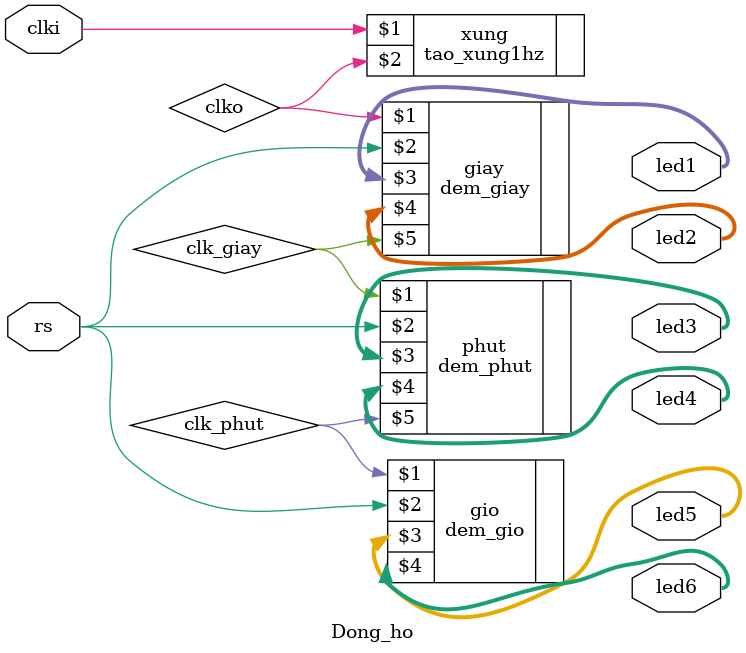
<source format=v>
`timescale 1ns / 1ps
module Dong_ho(
  input clki,
  input rs,
  output [3:0]led1,led2,led3,led4,led5,led6);

wire clk_giay,clk_phut,clko;
tao_xung1hz xung(clki,clko);
dem_giay giay(clko,rs,led1,led2,clk_giay);
dem_phut phut(clk_giay,rs,led3,led4,clk_phut);
dem_gio gio(clk_phut,rs,led5,led6);
endmodule

</source>
